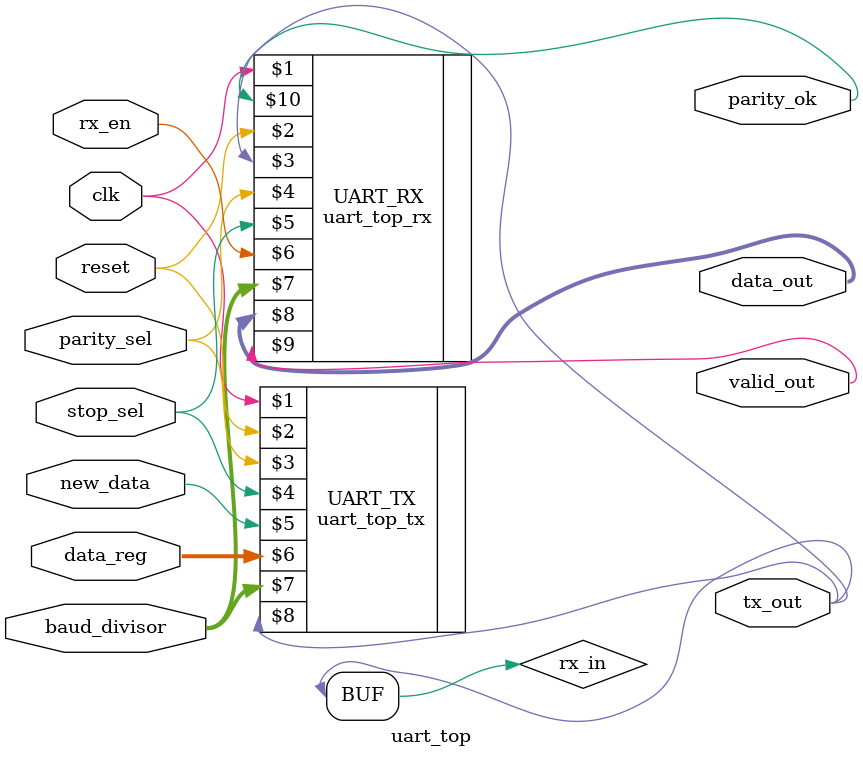
<source format=sv>
module uart_top(
    input logic clk,reset,
    input logic parity_sel,stop_sel,new_data,rx_en,
    input logic [31:0] data_reg,
    input logic [11:0] baud_divisor,
    output logic [7:0] data_out,
    output logic valid_out,parity_ok,tx_out
);

uart_top_tx UART_TX(clk,reset,parity_sel,stop_sel,new_data,data_reg,baud_divisor,tx_out);

logic rx_in;
uart_top_rx UART_RX(clk,reset,rx_in,parity_sel,stop_sel,rx_en,baud_divisor,data_out,valid_out,parity_ok);

assign rx_in = tx_out;

endmodule
</source>
